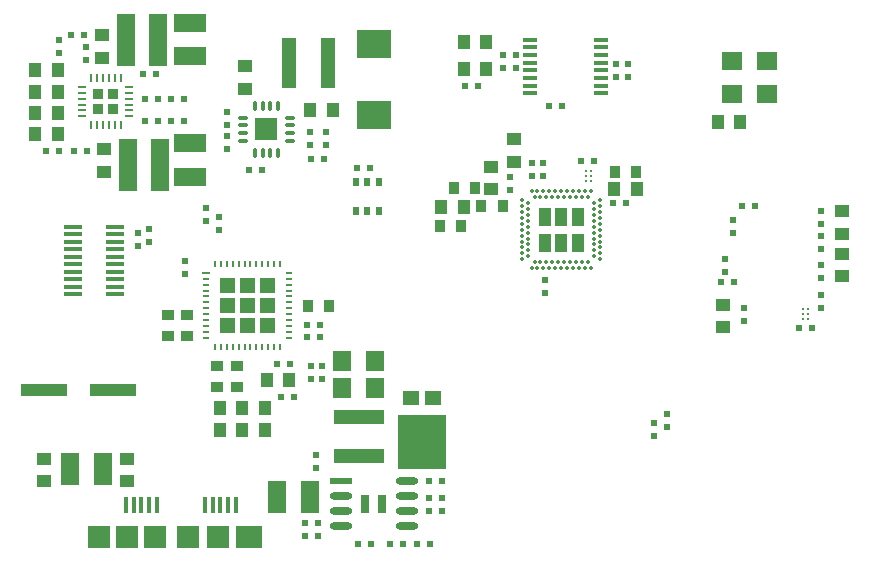
<source format=gtp>
G04 Layer_Color=8421504*
%FSLAX44Y44*%
%MOMM*%
G71*
G01*
G75*
G04:AMPARAMS|DCode=10|XSize=0.3mm|YSize=0.3mm|CornerRadius=0.075mm|HoleSize=0mm|Usage=FLASHONLY|Rotation=90.000|XOffset=0mm|YOffset=0mm|HoleType=Round|Shape=RoundedRectangle|*
%AMROUNDEDRECTD10*
21,1,0.3000,0.1500,0,0,90.0*
21,1,0.1500,0.3000,0,0,90.0*
1,1,0.1500,0.0750,0.0750*
1,1,0.1500,0.0750,-0.0750*
1,1,0.1500,-0.0750,-0.0750*
1,1,0.1500,-0.0750,0.0750*
%
%ADD10ROUNDEDRECTD10*%
%ADD13R,0.9000X1.0000*%
%ADD14R,0.6000X0.8000*%
%ADD15R,0.6000X0.6000*%
%ADD16R,0.6000X0.6000*%
%ADD17R,1.6000X0.4000*%
%ADD18R,1.6000X0.4000*%
%ADD20O,1.9000X0.6000*%
%ADD21R,1.9000X0.6000*%
%ADD22R,4.2000X1.2000*%
%ADD24O,0.2500X0.6500*%
%ADD25O,0.6500X0.2500*%
%ADD26R,0.6500X0.2500*%
%ADD28R,1.6000X2.7000*%
%ADD29R,2.3000X1.9000*%
%ADD30R,0.4000X1.4000*%
%ADD31R,1.9000X1.9000*%
%ADD32R,4.1500X4.6500*%
%ADD33R,1.4500X1.1500*%
%ADD34R,1.0000X0.9000*%
%ADD35R,1.0000X1.3000*%
%ADD36R,4.0000X1.0000*%
%ADD37C,0.2500*%
%ADD38R,1.1000X1.3000*%
%ADD39R,1.6000X4.5000*%
%ADD40R,1.3000X1.0000*%
%ADD41R,3.0000X2.4000*%
%ADD42R,1.8000X1.6000*%
%ADD43O,0.2500X0.8000*%
%ADD44O,0.8000X0.2500*%
%ADD46O,1.0000X0.3500*%
%ADD47O,0.3500X1.0000*%
%ADD48R,1.9500X1.9500*%
%ADD49R,1.2000X4.2000*%
%ADD51R,2.7000X1.6000*%
%ADD52R,1.2000X0.3000*%
%ADD53R,1.6000X1.8000*%
%ADD97R,1.0000X1.6000*%
%ADD98R,0.7000X1.6000*%
%ADD99R,0.7000X1.6000*%
%ADD100R,0.9000X0.9000*%
%ADD101R,0.9000X0.9160*%
G36*
X223500Y188500D02*
X210500D01*
Y201500D01*
X223500D01*
Y188500D01*
D02*
G37*
G36*
X189500Y205500D02*
X176500D01*
Y218500D01*
X189500D01*
Y205500D01*
D02*
G37*
G36*
Y188500D02*
X176500D01*
Y201500D01*
X189500D01*
Y188500D01*
D02*
G37*
G36*
X206500D02*
X193500D01*
Y201500D01*
X206500D01*
Y188500D01*
D02*
G37*
G36*
Y205500D02*
X193500D01*
Y218500D01*
X206500D01*
Y205500D01*
D02*
G37*
G36*
X206500Y222500D02*
X193500D01*
Y235500D01*
X206500D01*
Y222500D01*
D02*
G37*
G36*
X223500D02*
X210500D01*
Y235500D01*
X223500D01*
Y222500D01*
D02*
G37*
G36*
Y205500D02*
X210500D01*
Y218500D01*
X223500D01*
Y205500D01*
D02*
G37*
G36*
X189500Y222500D02*
X176500D01*
Y235500D01*
X189500D01*
Y222500D01*
D02*
G37*
D10*
X488000Y248250D02*
D03*
X483000D02*
D03*
X478000D02*
D03*
X473000D02*
D03*
X468000D02*
D03*
X463000D02*
D03*
X458000D02*
D03*
X453000D02*
D03*
X448000D02*
D03*
X443000D02*
D03*
X437750Y253500D02*
D03*
Y258500D02*
D03*
Y263500D02*
D03*
Y268500D02*
D03*
Y273500D02*
D03*
Y278500D02*
D03*
Y283500D02*
D03*
Y288500D02*
D03*
Y293500D02*
D03*
Y298500D02*
D03*
X443000Y303750D02*
D03*
X448000D02*
D03*
X453000D02*
D03*
X458000D02*
D03*
X463000D02*
D03*
X468000D02*
D03*
X473000D02*
D03*
X478000D02*
D03*
X483000D02*
D03*
X488000D02*
D03*
X493250Y298500D02*
D03*
Y293500D02*
D03*
Y288500D02*
D03*
Y283500D02*
D03*
Y278500D02*
D03*
Y273500D02*
D03*
Y268500D02*
D03*
Y263500D02*
D03*
Y258500D02*
D03*
Y253500D02*
D03*
X490500Y243250D02*
D03*
X485500D02*
D03*
X480500D02*
D03*
X475500D02*
D03*
X470500D02*
D03*
X465500D02*
D03*
X460500D02*
D03*
X455500D02*
D03*
X450500D02*
D03*
X445500D02*
D03*
X440500D02*
D03*
X432750Y251000D02*
D03*
Y256000D02*
D03*
Y261000D02*
D03*
Y266000D02*
D03*
Y271000D02*
D03*
Y276000D02*
D03*
Y281000D02*
D03*
Y286000D02*
D03*
Y291000D02*
D03*
Y296000D02*
D03*
Y301000D02*
D03*
X440500Y308750D02*
D03*
X445500D02*
D03*
X450500D02*
D03*
X455500D02*
D03*
X460500D02*
D03*
X465500D02*
D03*
X470500D02*
D03*
X475500D02*
D03*
X480500D02*
D03*
X485500D02*
D03*
X490500D02*
D03*
X498250Y301000D02*
D03*
Y296000D02*
D03*
Y291000D02*
D03*
Y286000D02*
D03*
Y281000D02*
D03*
Y276000D02*
D03*
Y271000D02*
D03*
Y266000D02*
D03*
Y261000D02*
D03*
Y256000D02*
D03*
Y251000D02*
D03*
D13*
X251000Y211000D02*
D03*
X269000D02*
D03*
X511000Y325000D02*
D03*
X529000D02*
D03*
X416000Y296000D02*
D03*
X398000D02*
D03*
X392500Y311000D02*
D03*
X374500D02*
D03*
X363000Y279000D02*
D03*
X381000D02*
D03*
D14*
X311071Y316583D02*
D03*
X292071D02*
D03*
X301571Y291583D02*
D03*
Y316583D02*
D03*
X311071Y291583D02*
D03*
X292071D02*
D03*
D15*
X303500Y328000D02*
D03*
X292500D02*
D03*
X265000Y336000D02*
D03*
X254000D02*
D03*
X364500Y63000D02*
D03*
X353500D02*
D03*
X250500Y185000D02*
D03*
X261500D02*
D03*
X250500Y195000D02*
D03*
X261500D02*
D03*
X320500Y10000D02*
D03*
X331500D02*
D03*
X248500Y17000D02*
D03*
X259500D02*
D03*
Y28000D02*
D03*
X248500D02*
D03*
X293500Y10000D02*
D03*
X304500D02*
D03*
X354500Y10000D02*
D03*
X343500D02*
D03*
X395000Y397500D02*
D03*
X384000D02*
D03*
X64000Y342750D02*
D03*
X53000D02*
D03*
X29500D02*
D03*
X40500D02*
D03*
X111500Y408000D02*
D03*
X122500D02*
D03*
X618500Y296000D02*
D03*
X629500D02*
D03*
X113000Y387000D02*
D03*
X124000D02*
D03*
X212000Y326750D02*
D03*
X201000D02*
D03*
X61500Y441000D02*
D03*
X50500D02*
D03*
X509500Y298250D02*
D03*
X520500D02*
D03*
X678000Y192500D02*
D03*
X667000D02*
D03*
X482500Y334000D02*
D03*
X493500D02*
D03*
X612192Y231500D02*
D03*
X601192D02*
D03*
X135000Y387000D02*
D03*
X146000D02*
D03*
X135000Y368000D02*
D03*
X146000D02*
D03*
X113000D02*
D03*
X124000D02*
D03*
X455500Y381000D02*
D03*
X466500D02*
D03*
X239000Y134000D02*
D03*
X228000D02*
D03*
X225000Y162500D02*
D03*
X236000D02*
D03*
D16*
X253000Y358500D02*
D03*
Y347500D02*
D03*
X266500D02*
D03*
Y358500D02*
D03*
X353500Y37500D02*
D03*
Y48500D02*
D03*
X512000Y405500D02*
D03*
Y416500D02*
D03*
X116500Y276500D02*
D03*
Y265500D02*
D03*
X258000Y85500D02*
D03*
Y74500D02*
D03*
X263000Y149500D02*
D03*
Y160500D02*
D03*
X175500Y276000D02*
D03*
Y287000D02*
D03*
X364500Y48500D02*
D03*
Y37500D02*
D03*
X522000Y405500D02*
D03*
Y416500D02*
D03*
X416000Y423500D02*
D03*
Y412500D02*
D03*
X183000Y375500D02*
D03*
Y364500D02*
D03*
X451500Y222500D02*
D03*
Y233500D02*
D03*
X685250Y221000D02*
D03*
Y210000D02*
D03*
X40000Y425500D02*
D03*
Y436500D02*
D03*
X63000Y419500D02*
D03*
Y430500D02*
D03*
X450500Y332500D02*
D03*
Y321500D02*
D03*
X685250Y280500D02*
D03*
Y291500D02*
D03*
X611000Y284500D02*
D03*
Y273500D02*
D03*
X183000Y344500D02*
D03*
Y355500D02*
D03*
X620500Y209500D02*
D03*
Y198500D02*
D03*
X604515Y240370D02*
D03*
Y251370D02*
D03*
X685250Y271000D02*
D03*
Y260000D02*
D03*
Y246000D02*
D03*
Y235000D02*
D03*
X555050Y119600D02*
D03*
Y108600D02*
D03*
X544550Y112100D02*
D03*
Y101100D02*
D03*
X422500Y320500D02*
D03*
Y309500D02*
D03*
X440500Y321500D02*
D03*
Y332500D02*
D03*
X107500Y273000D02*
D03*
Y262000D02*
D03*
X427000Y423500D02*
D03*
Y412500D02*
D03*
X147000Y238500D02*
D03*
Y249500D02*
D03*
X253500Y149500D02*
D03*
Y160500D02*
D03*
X164500Y283500D02*
D03*
Y294500D02*
D03*
D17*
X88000Y278575D02*
D03*
X52000D02*
D03*
X88000Y272225D02*
D03*
X52000D02*
D03*
X88000Y265875D02*
D03*
X52000D02*
D03*
X88000Y259525D02*
D03*
X52000D02*
D03*
X88000Y253175D02*
D03*
X52000D02*
D03*
D18*
X88000Y246825D02*
D03*
X52000D02*
D03*
X88000Y240475D02*
D03*
X52000D02*
D03*
X88000Y234125D02*
D03*
X52000D02*
D03*
X88000Y227775D02*
D03*
X52000D02*
D03*
Y221425D02*
D03*
X88000D02*
D03*
D20*
X334800Y24950D02*
D03*
Y37650D02*
D03*
Y50350D02*
D03*
Y63050D02*
D03*
X279200Y24950D02*
D03*
Y37650D02*
D03*
Y50350D02*
D03*
D21*
Y63050D02*
D03*
D22*
X294000Y117500D02*
D03*
Y84500D02*
D03*
D24*
X172500Y247250D02*
D03*
X177500D02*
D03*
X182500D02*
D03*
X187500D02*
D03*
X192500D02*
D03*
X197500D02*
D03*
X202500D02*
D03*
X207500D02*
D03*
X212500D02*
D03*
X217500D02*
D03*
X222500D02*
D03*
X227500D02*
D03*
Y176750D02*
D03*
X222500D02*
D03*
X217500D02*
D03*
X212500D02*
D03*
X197500D02*
D03*
X192500D02*
D03*
X187500D02*
D03*
X182500D02*
D03*
X177500D02*
D03*
X172500D02*
D03*
X207500D02*
D03*
X202500D02*
D03*
D25*
X235250Y239500D02*
D03*
Y234500D02*
D03*
Y229500D02*
D03*
Y224500D02*
D03*
Y219500D02*
D03*
Y214500D02*
D03*
Y209500D02*
D03*
Y204500D02*
D03*
Y199500D02*
D03*
Y194500D02*
D03*
Y189500D02*
D03*
Y184500D02*
D03*
X164750D02*
D03*
Y189500D02*
D03*
Y194500D02*
D03*
Y199500D02*
D03*
Y204500D02*
D03*
Y209500D02*
D03*
Y214500D02*
D03*
Y219500D02*
D03*
Y224500D02*
D03*
Y229500D02*
D03*
Y234500D02*
D03*
D26*
Y239500D02*
D03*
D28*
X225000Y50000D02*
D03*
X253000D02*
D03*
X49500Y73000D02*
D03*
X77500D02*
D03*
D29*
X201000Y15500D02*
D03*
D30*
X97000Y42500D02*
D03*
X103500D02*
D03*
X110000D02*
D03*
X116500D02*
D03*
X123000D02*
D03*
X164000D02*
D03*
X170500D02*
D03*
X177000D02*
D03*
X183500D02*
D03*
X190000D02*
D03*
D31*
X175000Y15500D02*
D03*
X150000D02*
D03*
X122000D02*
D03*
X98000D02*
D03*
X74000D02*
D03*
D32*
X348000Y96000D02*
D03*
D33*
X338801Y133500D02*
D03*
X357199D02*
D03*
D34*
X174000Y143000D02*
D03*
Y161000D02*
D03*
X191000Y143000D02*
D03*
Y161000D02*
D03*
X133000Y186000D02*
D03*
Y204000D02*
D03*
X149000Y186000D02*
D03*
Y204000D02*
D03*
D35*
X235500Y148394D02*
D03*
X216500D02*
D03*
X383000Y295000D02*
D03*
X364000D02*
D03*
X20500Y357000D02*
D03*
X39500D02*
D03*
X598000Y367500D02*
D03*
X617000D02*
D03*
X253000Y377000D02*
D03*
X272000D02*
D03*
X39500Y375000D02*
D03*
X20500D02*
D03*
Y411000D02*
D03*
X39500D02*
D03*
X529500Y310500D02*
D03*
X510500D02*
D03*
X39500Y393000D02*
D03*
X20500D02*
D03*
X195500Y106000D02*
D03*
X214500D02*
D03*
X195500Y125000D02*
D03*
X214500D02*
D03*
X176500D02*
D03*
X195500D02*
D03*
X176500Y106000D02*
D03*
X195500D02*
D03*
D36*
X28000Y140000D02*
D03*
X86000D02*
D03*
D37*
X486417Y325570D02*
D03*
Y321571D02*
D03*
Y317571D02*
D03*
X490417Y325570D02*
D03*
Y321571D02*
D03*
Y317571D02*
D03*
X674500Y200500D02*
D03*
Y204500D02*
D03*
Y208500D02*
D03*
X670500Y200500D02*
D03*
Y204500D02*
D03*
Y208500D02*
D03*
D38*
X383000Y412000D02*
D03*
X402000D02*
D03*
Y435000D02*
D03*
X383000D02*
D03*
D39*
X97500Y437000D02*
D03*
X124500D02*
D03*
X125500Y331000D02*
D03*
X98500D02*
D03*
D40*
X602500Y193500D02*
D03*
Y212500D02*
D03*
X703000Y291500D02*
D03*
Y272500D02*
D03*
Y236500D02*
D03*
Y255500D02*
D03*
X198000Y414500D02*
D03*
Y395500D02*
D03*
X76500Y440500D02*
D03*
Y421500D02*
D03*
X78500Y325000D02*
D03*
Y344000D02*
D03*
X406500Y329500D02*
D03*
Y310500D02*
D03*
X426000Y352500D02*
D03*
Y333500D02*
D03*
X98000Y82000D02*
D03*
Y63000D02*
D03*
X28000Y63000D02*
D03*
Y82000D02*
D03*
D41*
X307000Y373000D02*
D03*
Y433000D02*
D03*
D42*
X639500Y418750D02*
D03*
Y390750D02*
D03*
X610000Y418750D02*
D03*
Y390750D02*
D03*
D43*
X67500Y364500D02*
D03*
X72500D02*
D03*
X77500D02*
D03*
X82500D02*
D03*
X87500D02*
D03*
X92500D02*
D03*
Y404500D02*
D03*
X87500D02*
D03*
X82500D02*
D03*
X77500D02*
D03*
X72500D02*
D03*
X67500D02*
D03*
D44*
X100000Y372000D02*
D03*
Y377000D02*
D03*
Y382000D02*
D03*
Y387000D02*
D03*
Y392000D02*
D03*
Y397000D02*
D03*
X60000D02*
D03*
Y392000D02*
D03*
Y387000D02*
D03*
Y382000D02*
D03*
Y377000D02*
D03*
Y372000D02*
D03*
D46*
X236000Y357750D02*
D03*
Y351250D02*
D03*
Y364250D02*
D03*
Y370750D02*
D03*
X196000D02*
D03*
Y364250D02*
D03*
Y357750D02*
D03*
Y351250D02*
D03*
D47*
X225750Y381000D02*
D03*
X219250D02*
D03*
X212750D02*
D03*
X206250D02*
D03*
X219250Y341000D02*
D03*
X212750D02*
D03*
X206250D02*
D03*
X225750D02*
D03*
D48*
X216000Y361000D02*
D03*
D49*
X235500Y417000D02*
D03*
X268500D02*
D03*
D51*
X151000Y451000D02*
D03*
Y423000D02*
D03*
Y321000D02*
D03*
Y349000D02*
D03*
D52*
X499500Y437000D02*
D03*
Y430500D02*
D03*
Y424000D02*
D03*
Y417500D02*
D03*
Y411000D02*
D03*
Y404500D02*
D03*
Y398000D02*
D03*
Y391500D02*
D03*
X439500D02*
D03*
Y398000D02*
D03*
Y404500D02*
D03*
Y411000D02*
D03*
Y417500D02*
D03*
Y424000D02*
D03*
Y430500D02*
D03*
Y437000D02*
D03*
D53*
X280000Y165000D02*
D03*
X308000D02*
D03*
X280000Y142000D02*
D03*
X308000D02*
D03*
D97*
X451500Y265000D02*
D03*
X451500Y287000D02*
D03*
X465500Y287000D02*
D03*
X465500Y265000D02*
D03*
X479500D02*
D03*
X479500Y287000D02*
D03*
D98*
X314250Y43500D02*
D03*
D99*
X299750Y43750D02*
D03*
D100*
X73499Y378002D02*
D03*
X86500Y390999D02*
D03*
D101*
X73499Y391082D02*
D03*
X86501Y377918D02*
D03*
M02*

</source>
